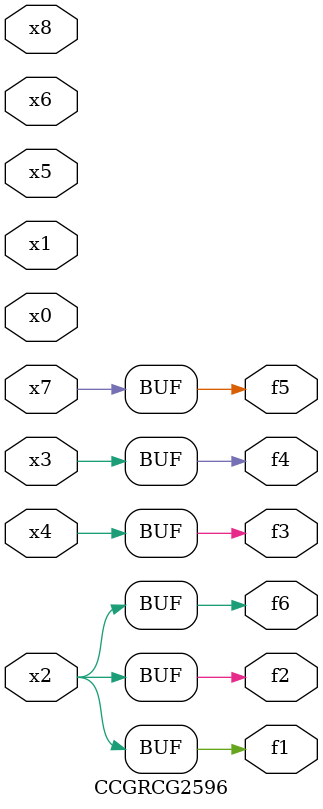
<source format=v>
module CCGRCG2596(
	input x0, x1, x2, x3, x4, x5, x6, x7, x8,
	output f1, f2, f3, f4, f5, f6
);
	assign f1 = x2;
	assign f2 = x2;
	assign f3 = x4;
	assign f4 = x3;
	assign f5 = x7;
	assign f6 = x2;
endmodule

</source>
